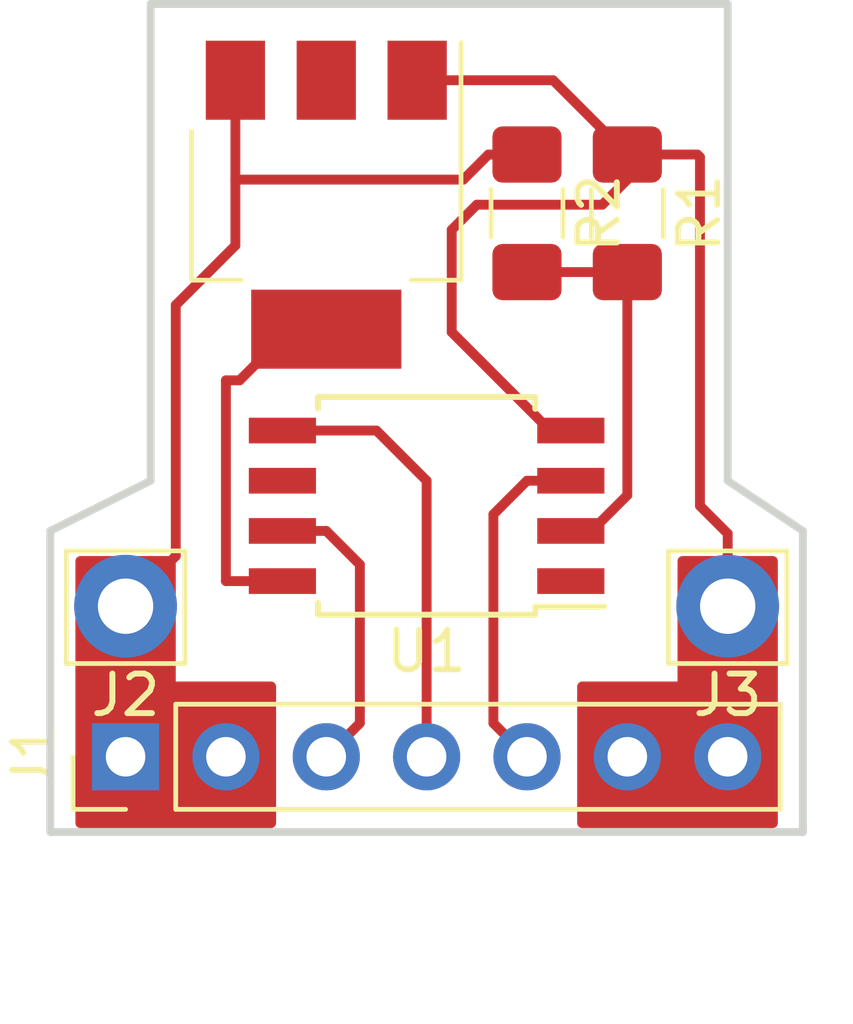
<source format=kicad_pcb>
(kicad_pcb (version 20171130) (host pcbnew 5.0.2+dfsg1-1)

  (general
    (thickness 1.6)
    (drawings 8)
    (tracks 44)
    (zones 0)
    (modules 7)
    (nets 10)
  )

  (page A4)
  (layers
    (0 F.Cu signal)
    (31 B.Cu signal)
    (32 B.Adhes user)
    (33 F.Adhes user)
    (34 B.Paste user)
    (35 F.Paste user)
    (36 B.SilkS user)
    (37 F.SilkS user)
    (38 B.Mask user)
    (39 F.Mask user)
    (40 Dwgs.User user)
    (41 Cmts.User user)
    (42 Eco1.User user)
    (43 Eco2.User user)
    (44 Edge.Cuts user)
    (45 Margin user)
    (46 B.CrtYd user)
    (47 F.CrtYd user)
    (48 B.Fab user)
    (49 F.Fab user)
  )

  (setup
    (last_trace_width 0.25)
    (user_trace_width 0.25)
    (user_trace_width 0.5)
    (user_trace_width 0.75)
    (user_trace_width 10)
    (trace_clearance 0.2)
    (zone_clearance 0)
    (zone_45_only no)
    (trace_min 0.2)
    (segment_width 0.2)
    (edge_width 0.2)
    (via_size 0.8)
    (via_drill 0.4)
    (via_min_size 0.4)
    (via_min_drill 0.3)
    (uvia_size 0.3)
    (uvia_drill 0.1)
    (uvias_allowed no)
    (uvia_min_size 0.2)
    (uvia_min_drill 0.1)
    (pcb_text_width 0.3)
    (pcb_text_size 1.5 1.5)
    (mod_edge_width 0.12)
    (mod_text_size 1 1)
    (mod_text_width 0.15)
    (pad_size 1.524 1.524)
    (pad_drill 0.762)
    (pad_to_mask_clearance 0.05)
    (solder_mask_min_width 0.25)
    (aux_axis_origin 0 0)
    (visible_elements FFFFFF7F)
    (pcbplotparams
      (layerselection 0x010f0_ffffffff)
      (usegerberextensions false)
      (usegerberattributes true)
      (usegerberadvancedattributes true)
      (creategerberjobfile true)
      (excludeedgelayer true)
      (linewidth 0.150000)
      (plotframeref false)
      (viasonmask false)
      (mode 1)
      (useauxorigin false)
      (hpglpennumber 1)
      (hpglpenspeed 20)
      (hpglpendiameter 15.000000)
      (psnegative false)
      (psa4output false)
      (plotreference true)
      (plotvalue true)
      (plotinvisibletext false)
      (padsonsilk false)
      (subtractmaskfromsilk false)
      (outputformat 1)
      (mirror false)
      (drillshape 0)
      (scaleselection 1)
      (outputdirectory "gerber/"))
  )

  (net 0 "")
  (net 1 GND)
  (net 2 3.3v)
  (net 3 VBatSensor)
  (net 4 12v)
  (net 5 SCL)
  (net 6 SDA)
  (net 7 CurrentSensor)
  (net 8 T)
  (net 9 "Net-(U1-Pad1)")

  (net_class Default "This is the default net class."
    (clearance 0.2)
    (trace_width 0.25)
    (via_dia 0.8)
    (via_drill 0.4)
    (uvia_dia 0.3)
    (uvia_drill 0.1)
    (add_net 12v)
    (add_net 3.3v)
    (add_net CurrentSensor)
    (add_net GND)
    (add_net "Net-(U1-Pad1)")
    (add_net SCL)
    (add_net SDA)
    (add_net T)
    (add_net VBatSensor)
  )

  (module Connector_PinHeader_2.54mm:PinHeader_1x07_P2.54mm_Vertical (layer F.Cu) (tedit 59FED5CC) (tstamp 5EC360C4)
    (at 135.89 101.6 90)
    (descr "Through hole straight pin header, 1x07, 2.54mm pitch, single row")
    (tags "Through hole pin header THT 1x07 2.54mm single row")
    (path /5EC62E55)
    (zone_connect 2)
    (fp_text reference J1 (at 0 -2.33 90) (layer F.SilkS)
      (effects (font (size 1 1) (thickness 0.15)))
    )
    (fp_text value Conn_01x07_Male (at 0 17.57 90) (layer F.Fab)
      (effects (font (size 1 1) (thickness 0.15)))
    )
    (fp_line (start 1.8 -1.8) (end -1.8 -1.8) (layer F.CrtYd) (width 0.05))
    (fp_line (start 1.8 17.05) (end 1.8 -1.8) (layer F.CrtYd) (width 0.05))
    (fp_line (start -1.8 17.05) (end 1.8 17.05) (layer F.CrtYd) (width 0.05))
    (fp_line (start -1.8 -1.8) (end -1.8 17.05) (layer F.CrtYd) (width 0.05))
    (fp_line (start -1.33 -1.33) (end 0 -1.33) (layer F.SilkS) (width 0.12))
    (fp_line (start -1.33 0) (end -1.33 -1.33) (layer F.SilkS) (width 0.12))
    (fp_line (start -1.33 1.27) (end 1.33 1.27) (layer F.SilkS) (width 0.12))
    (fp_line (start 1.33 1.27) (end 1.33 16.57) (layer F.SilkS) (width 0.12))
    (fp_line (start -1.33 1.27) (end -1.33 16.57) (layer F.SilkS) (width 0.12))
    (fp_line (start -1.33 16.57) (end 1.33 16.57) (layer F.SilkS) (width 0.12))
    (fp_line (start -1.27 -0.635) (end -0.635 -1.27) (layer F.Fab) (width 0.1))
    (fp_line (start -1.27 16.51) (end -1.27 -0.635) (layer F.Fab) (width 0.1))
    (fp_line (start 1.27 16.51) (end -1.27 16.51) (layer F.Fab) (width 0.1))
    (fp_line (start 1.27 -1.27) (end 1.27 16.51) (layer F.Fab) (width 0.1))
    (fp_line (start -0.635 -1.27) (end 1.27 -1.27) (layer F.Fab) (width 0.1))
    (fp_text user %R (at 0 7.62) (layer F.Fab)
      (effects (font (size 1 1) (thickness 0.15)))
    )
    (pad 7 thru_hole oval (at 0 15.24 90) (size 1.7 1.7) (drill 1) (layers *.Cu *.Mask)
      (net 1 GND) (zone_connect 2))
    (pad 6 thru_hole oval (at 0 12.7 90) (size 1.7 1.7) (drill 1) (layers *.Cu *.Mask)
      (net 1 GND) (zone_connect 2))
    (pad 5 thru_hole oval (at 0 10.16 90) (size 1.7 1.7) (drill 1) (layers *.Cu *.Mask)
      (net 8 T) (zone_connect 2))
    (pad 4 thru_hole oval (at 0 7.62 90) (size 1.7 1.7) (drill 1) (layers *.Cu *.Mask)
      (net 6 SDA) (zone_connect 2))
    (pad 3 thru_hole oval (at 0 5.08 90) (size 1.7 1.7) (drill 1) (layers *.Cu *.Mask)
      (net 5 SCL) (zone_connect 2))
    (pad 2 thru_hole oval (at 0 2.54 90) (size 1.7 1.7) (drill 1) (layers *.Cu *.Mask)
      (net 4 12v) (zone_connect 2))
    (pad 1 thru_hole rect (at 0 0 90) (size 1.7 1.7) (drill 1) (layers *.Cu *.Mask)
      (net 4 12v) (zone_connect 2))
    (model ${KISYS3DMOD}/Connector_PinHeader_2.54mm.3dshapes/PinHeader_1x07_P2.54mm_Vertical.wrl
      (at (xyz 0 0 0))
      (scale (xyz 1 1 1))
      (rotate (xyz 0 0 0))
    )
  )

  (module Connector_Pin:Pin_D1.4mm_L8.5mm_W2.8mm_FlatFork (layer F.Cu) (tedit 5C89BF14) (tstamp 5EC35935)
    (at 151.13 97.79)
    (descr "solder Pin_ with flat with fork, hole diameter 1.4mm, length 8.5mm, width 2.8mm, e.g. Ettinger 13.13.890, https://katalog.ettinger.de/#p=434")
    (tags "solder Pin_ with flat fork")
    (path /5ECDC6DD)
    (fp_text reference J3 (at 0 2.25) (layer F.SilkS)
      (effects (font (size 1 1) (thickness 0.15)))
    )
    (fp_text value Conn_01x01_Male (at 0 -2.05) (layer F.Fab) hide
      (effects (font (size 1 1) (thickness 0.15)))
    )
    (fp_line (start 1.4 0.25) (end -1.4 0.25) (layer F.Fab) (width 0.1))
    (fp_line (start -1.4 -0.25) (end 1.4 -0.25) (layer F.Fab) (width 0.1))
    (fp_line (start -1.5 -1.4) (end 1.5 -1.4) (layer F.SilkS) (width 0.12))
    (fp_line (start 1.5 -1.4) (end 1.5 1.45) (layer F.SilkS) (width 0.12))
    (fp_line (start -1.5 -1.4) (end -1.5 1.45) (layer F.SilkS) (width 0.12))
    (fp_line (start -1.5 1.45) (end 1.5 1.45) (layer F.SilkS) (width 0.12))
    (fp_line (start 1.4 -0.25) (end 1.4 0.25) (layer F.Fab) (width 0.1))
    (fp_line (start -1.4 0.25) (end -1.4 -0.25) (layer F.Fab) (width 0.1))
    (fp_line (start -1.9 -1.8) (end 1.9 -1.8) (layer F.CrtYd) (width 0.05))
    (fp_line (start -1.9 -1.8) (end -1.9 1.8) (layer F.CrtYd) (width 0.05))
    (fp_line (start 1.9 1.8) (end 1.9 -1.8) (layer F.CrtYd) (width 0.05))
    (fp_line (start 1.9 1.8) (end -1.9 1.8) (layer F.CrtYd) (width 0.05))
    (fp_text user %R (at 0 2.25) (layer F.Fab)
      (effects (font (size 1 1) (thickness 0.15)))
    )
    (pad 1 thru_hole circle (at 0 0) (size 2.6 2.6) (drill 1.4) (layers *.Cu *.Mask)
      (net 1 GND))
    (model ${KISYS3DMOD}/Connector_Pin.3dshapes/Pin_D1.4mm_L8.5mm_W2.8mm_FlatFork.wrl
      (at (xyz 0 0 0))
      (scale (xyz 1 1 1))
      (rotate (xyz 0 0 0))
    )
  )

  (module Connector_Pin:Pin_D1.4mm_L8.5mm_W2.8mm_FlatFork (layer F.Cu) (tedit 5C89BF14) (tstamp 5EC35923)
    (at 135.89 97.79)
    (descr "solder Pin_ with flat with fork, hole diameter 1.4mm, length 8.5mm, width 2.8mm, e.g. Ettinger 13.13.890, https://katalog.ettinger.de/#p=434")
    (tags "solder Pin_ with flat fork")
    (path /5ECDB575)
    (zone_connect 2)
    (fp_text reference J2 (at 0 2.25) (layer F.SilkS)
      (effects (font (size 1 1) (thickness 0.15)))
    )
    (fp_text value Conn_01x01_Male (at 0 -2.05) (layer F.Fab) hide
      (effects (font (size 1 1) (thickness 0.15)))
    )
    (fp_line (start 1.4 0.25) (end -1.4 0.25) (layer F.Fab) (width 0.1))
    (fp_line (start -1.4 -0.25) (end 1.4 -0.25) (layer F.Fab) (width 0.1))
    (fp_line (start -1.5 -1.4) (end 1.5 -1.4) (layer F.SilkS) (width 0.12))
    (fp_line (start 1.5 -1.4) (end 1.5 1.45) (layer F.SilkS) (width 0.12))
    (fp_line (start -1.5 -1.4) (end -1.5 1.45) (layer F.SilkS) (width 0.12))
    (fp_line (start -1.5 1.45) (end 1.5 1.45) (layer F.SilkS) (width 0.12))
    (fp_line (start 1.4 -0.25) (end 1.4 0.25) (layer F.Fab) (width 0.1))
    (fp_line (start -1.4 0.25) (end -1.4 -0.25) (layer F.Fab) (width 0.1))
    (fp_line (start -1.9 -1.8) (end 1.9 -1.8) (layer F.CrtYd) (width 0.05))
    (fp_line (start -1.9 -1.8) (end -1.9 1.8) (layer F.CrtYd) (width 0.05))
    (fp_line (start 1.9 1.8) (end 1.9 -1.8) (layer F.CrtYd) (width 0.05))
    (fp_line (start 1.9 1.8) (end -1.9 1.8) (layer F.CrtYd) (width 0.05))
    (fp_text user %R (at 0 2.25) (layer F.Fab)
      (effects (font (size 1 1) (thickness 0.15)))
    )
    (pad 1 thru_hole circle (at 0 0) (size 2.6 2.6) (drill 1.4) (layers *.Cu *.Mask)
      (net 4 12v) (zone_connect 2))
    (model ${KISYS3DMOD}/Connector_Pin.3dshapes/Pin_D1.4mm_L8.5mm_W2.8mm_FlatFork.wrl
      (at (xyz 0 0 0))
      (scale (xyz 1 1 1))
      (rotate (xyz 0 0 0))
    )
  )

  (module Package_TO_SOT_SMD:SOT-223-3_TabPin2 (layer F.Cu) (tedit 5A02FF57) (tstamp 5EC356D3)
    (at 140.97 87.63 270)
    (descr "module CMS SOT223 4 pins")
    (tags "CMS SOT")
    (path /5EC32906)
    (attr smd)
    (fp_text reference U2 (at 0 -4.5 90) (layer F.SilkS) hide
      (effects (font (size 1 1) (thickness 0.15)))
    )
    (fp_text value LD1117S33TR_SOT223 (at 0 4.5 90) (layer F.Fab) hide
      (effects (font (size 1 1) (thickness 0.15)))
    )
    (fp_line (start 1.91 3.41) (end 1.91 2.15) (layer F.SilkS) (width 0.12))
    (fp_line (start 1.91 -3.41) (end 1.91 -2.15) (layer F.SilkS) (width 0.12))
    (fp_line (start 4.4 -3.6) (end -4.4 -3.6) (layer F.CrtYd) (width 0.05))
    (fp_line (start 4.4 3.6) (end 4.4 -3.6) (layer F.CrtYd) (width 0.05))
    (fp_line (start -4.4 3.6) (end 4.4 3.6) (layer F.CrtYd) (width 0.05))
    (fp_line (start -4.4 -3.6) (end -4.4 3.6) (layer F.CrtYd) (width 0.05))
    (fp_line (start -1.85 -2.35) (end -0.85 -3.35) (layer F.Fab) (width 0.1))
    (fp_line (start -1.85 -2.35) (end -1.85 3.35) (layer F.Fab) (width 0.1))
    (fp_line (start -1.85 3.41) (end 1.91 3.41) (layer F.SilkS) (width 0.12))
    (fp_line (start -0.85 -3.35) (end 1.85 -3.35) (layer F.Fab) (width 0.1))
    (fp_line (start -4.1 -3.41) (end 1.91 -3.41) (layer F.SilkS) (width 0.12))
    (fp_line (start -1.85 3.35) (end 1.85 3.35) (layer F.Fab) (width 0.1))
    (fp_line (start 1.85 -3.35) (end 1.85 3.35) (layer F.Fab) (width 0.1))
    (fp_text user %R (at 0 0) (layer F.Fab)
      (effects (font (size 0.8 0.8) (thickness 0.12)))
    )
    (pad 1 smd rect (at -3.15 -2.3 270) (size 2 1.5) (layers F.Cu F.Paste F.Mask)
      (net 1 GND))
    (pad 3 smd rect (at -3.15 2.3 270) (size 2 1.5) (layers F.Cu F.Paste F.Mask)
      (net 4 12v))
    (pad 2 smd rect (at -3.15 0 270) (size 2 1.5) (layers F.Cu F.Paste F.Mask)
      (net 2 3.3v))
    (pad 2 smd rect (at 3.15 0 270) (size 2 3.8) (layers F.Cu F.Paste F.Mask)
      (net 2 3.3v))
    (model ${KISYS3DMOD}/Package_TO_SOT_SMD.3dshapes/SOT-223.wrl
      (at (xyz 0 0 0))
      (scale (xyz 1 1 1))
      (rotate (xyz 0 0 0))
    )
  )

  (module Package_SO:SOIJ-8_5.3x5.3mm_P1.27mm (layer F.Cu) (tedit 5A02F2D3) (tstamp 5EC356BD)
    (at 143.51 95.25 180)
    (descr "8-Lead Plastic Small Outline (SM) - Medium, 5.28 mm Body [SOIC] (see Microchip Packaging Specification 00000049BS.pdf)")
    (tags "SOIC 1.27")
    (path /5EC2F108)
    (attr smd)
    (fp_text reference U1 (at 0 -3.68) (layer F.SilkS)
      (effects (font (size 1 1) (thickness 0.15)))
    )
    (fp_text value ATtiny85-20SU (at 0 3.68) (layer F.Fab) hide
      (effects (font (size 1 1) (thickness 0.15)))
    )
    (fp_line (start -1.65 -2.65) (end 2.65 -2.65) (layer F.Fab) (width 0.15))
    (fp_line (start 2.65 -2.65) (end 2.65 2.65) (layer F.Fab) (width 0.15))
    (fp_line (start 2.65 2.65) (end -2.65 2.65) (layer F.Fab) (width 0.15))
    (fp_line (start -2.65 2.65) (end -2.65 -1.65) (layer F.Fab) (width 0.15))
    (fp_line (start -2.65 -1.65) (end -1.65 -2.65) (layer F.Fab) (width 0.15))
    (fp_line (start -4.75 -2.95) (end -4.75 2.95) (layer F.CrtYd) (width 0.05))
    (fp_line (start 4.75 -2.95) (end 4.75 2.95) (layer F.CrtYd) (width 0.05))
    (fp_line (start -4.75 -2.95) (end 4.75 -2.95) (layer F.CrtYd) (width 0.05))
    (fp_line (start -4.75 2.95) (end 4.75 2.95) (layer F.CrtYd) (width 0.05))
    (fp_line (start -2.75 -2.755) (end -2.75 -2.55) (layer F.SilkS) (width 0.15))
    (fp_line (start 2.75 -2.755) (end 2.75 -2.455) (layer F.SilkS) (width 0.15))
    (fp_line (start 2.75 2.755) (end 2.75 2.455) (layer F.SilkS) (width 0.15))
    (fp_line (start -2.75 2.755) (end -2.75 2.455) (layer F.SilkS) (width 0.15))
    (fp_line (start -2.75 -2.755) (end 2.75 -2.755) (layer F.SilkS) (width 0.15))
    (fp_line (start -2.75 2.755) (end 2.75 2.755) (layer F.SilkS) (width 0.15))
    (fp_line (start -2.75 -2.55) (end -4.5 -2.55) (layer F.SilkS) (width 0.15))
    (fp_text user %R (at 0 0) (layer F.Fab)
      (effects (font (size 1 1) (thickness 0.15)))
    )
    (pad 8 smd rect (at 3.65 -1.905 180) (size 1.7 0.65) (layers F.Cu F.Paste F.Mask)
      (net 2 3.3v))
    (pad 7 smd rect (at 3.65 -0.635 180) (size 1.7 0.65) (layers F.Cu F.Paste F.Mask)
      (net 5 SCL))
    (pad 6 smd rect (at 3.65 0.635 180) (size 1.7 0.65) (layers F.Cu F.Paste F.Mask)
      (net 7 CurrentSensor))
    (pad 5 smd rect (at 3.65 1.905 180) (size 1.7 0.65) (layers F.Cu F.Paste F.Mask)
      (net 6 SDA))
    (pad 4 smd rect (at -3.65 1.905 180) (size 1.7 0.65) (layers F.Cu F.Paste F.Mask)
      (net 1 GND))
    (pad 3 smd rect (at -3.65 0.635 180) (size 1.7 0.65) (layers F.Cu F.Paste F.Mask)
      (net 8 T))
    (pad 2 smd rect (at -3.65 -0.635 180) (size 1.7 0.65) (layers F.Cu F.Paste F.Mask)
      (net 3 VBatSensor))
    (pad 1 smd rect (at -3.65 -1.905 180) (size 1.7 0.65) (layers F.Cu F.Paste F.Mask)
      (net 9 "Net-(U1-Pad1)"))
    (model ${KISYS3DMOD}/Package_SO.3dshapes/SOIJ-8_5.3x5.3mm_P1.27mm.wrl
      (at (xyz 0 0 0))
      (scale (xyz 1 1 1))
      (rotate (xyz 0 0 0))
    )
  )

  (module Parts:R_1206_3216Metric_Pad1.42x1.75mm_HandSolder (layer F.Cu) (tedit 5B301BBD) (tstamp 5F4CD69E)
    (at 146.05 87.8475 270)
    (descr "Resistor SMD 1206 (3216 Metric), square (rectangular) end terminal, IPC_7351 nominal with elongated pad for handsoldering. (Body size source: http://www.tortai-tech.com/upload/download/2011102023233369053.pdf), generated with kicad-footprint-generator")
    (tags "resistor handsolder")
    (path /5EC31CEC)
    (attr smd)
    (fp_text reference R2 (at 0 -1.82 90) (layer F.SilkS)
      (effects (font (size 1 1) (thickness 0.15)))
    )
    (fp_text value 9.1K (at 0 1.82 90) (layer F.Fab)
      (effects (font (size 1 1) (thickness 0.15)))
    )
    (fp_line (start 2.45 1.12) (end -2.45 1.12) (layer F.CrtYd) (width 0.05))
    (fp_line (start 2.45 -1.12) (end 2.45 1.12) (layer F.CrtYd) (width 0.05))
    (fp_line (start -2.45 -1.12) (end 2.45 -1.12) (layer F.CrtYd) (width 0.05))
    (fp_line (start -2.45 1.12) (end -2.45 -1.12) (layer F.CrtYd) (width 0.05))
    (fp_line (start -0.602064 0.91) (end 0.602064 0.91) (layer F.SilkS) (width 0.12))
    (fp_line (start -0.602064 -0.91) (end 0.602064 -0.91) (layer F.SilkS) (width 0.12))
    (fp_line (start 1.6 0.8) (end -1.6 0.8) (layer F.Fab) (width 0.1))
    (fp_line (start 1.6 -0.8) (end 1.6 0.8) (layer F.Fab) (width 0.1))
    (fp_line (start -1.6 -0.8) (end 1.6 -0.8) (layer F.Fab) (width 0.1))
    (fp_line (start -1.6 0.8) (end -1.6 -0.8) (layer F.Fab) (width 0.1))
    (fp_text user %R (at 0 0 90) (layer F.Fab)
      (effects (font (size 0.8 0.8) (thickness 0.12)))
    )
    (pad 1 smd roundrect (at -1.4875 0 270) (size 1.425 1.75) (layers F.Cu F.Paste F.Mask) (roundrect_rratio 0.175439)
      (net 4 12v))
    (pad 2 smd roundrect (at 1.4875 0 270) (size 1.425 1.75) (layers F.Cu F.Paste F.Mask) (roundrect_rratio 0.175439)
      (net 3 VBatSensor))
    (model ${KISYS3DMOD}/Resistor_SMD.3dshapes/R_1206_3216Metric.wrl
      (at (xyz 0 0 0))
      (scale (xyz 1 1 1))
      (rotate (xyz 0 0 0))
    )
  )

  (module Parts:R_1206_3216Metric_Pad1.42x1.75mm_HandSolder (layer F.Cu) (tedit 5B301BBD) (tstamp 5EC2F7C0)
    (at 148.59 87.8475 270)
    (descr "Resistor SMD 1206 (3216 Metric), square (rectangular) end terminal, IPC_7351 nominal with elongated pad for handsoldering. (Body size source: http://www.tortai-tech.com/upload/download/2011102023233369053.pdf), generated with kicad-footprint-generator")
    (tags "resistor handsolder")
    (path /5EC30F8F)
    (attr smd)
    (fp_text reference R1 (at 0 -1.82 90) (layer F.SilkS)
      (effects (font (size 1 1) (thickness 0.15)))
    )
    (fp_text value 3K (at 0 1.82 90) (layer F.Fab)
      (effects (font (size 1 1) (thickness 0.15)))
    )
    (fp_line (start 2.45 1.12) (end -2.45 1.12) (layer F.CrtYd) (width 0.05))
    (fp_line (start 2.45 -1.12) (end 2.45 1.12) (layer F.CrtYd) (width 0.05))
    (fp_line (start -2.45 -1.12) (end 2.45 -1.12) (layer F.CrtYd) (width 0.05))
    (fp_line (start -2.45 1.12) (end -2.45 -1.12) (layer F.CrtYd) (width 0.05))
    (fp_line (start -0.602064 0.91) (end 0.602064 0.91) (layer F.SilkS) (width 0.12))
    (fp_line (start -0.602064 -0.91) (end 0.602064 -0.91) (layer F.SilkS) (width 0.12))
    (fp_line (start 1.6 0.8) (end -1.6 0.8) (layer F.Fab) (width 0.1))
    (fp_line (start 1.6 -0.8) (end 1.6 0.8) (layer F.Fab) (width 0.1))
    (fp_line (start -1.6 -0.8) (end 1.6 -0.8) (layer F.Fab) (width 0.1))
    (fp_line (start -1.6 0.8) (end -1.6 -0.8) (layer F.Fab) (width 0.1))
    (fp_text user %R (at 0 0 90) (layer F.Fab)
      (effects (font (size 0.8 0.8) (thickness 0.12)))
    )
    (pad 1 smd roundrect (at -1.4875 0 270) (size 1.425 1.75) (layers F.Cu F.Paste F.Mask) (roundrect_rratio 0.175439)
      (net 1 GND))
    (pad 2 smd roundrect (at 1.4875 0 270) (size 1.425 1.75) (layers F.Cu F.Paste F.Mask) (roundrect_rratio 0.175439)
      (net 3 VBatSensor))
    (model ${KISYS3DMOD}/Resistor_SMD.3dshapes/R_1206_3216Metric.wrl
      (at (xyz 0 0 0))
      (scale (xyz 1 1 1))
      (rotate (xyz 0 0 0))
    )
  )

  (gr_line (start 133.985 95.885) (end 133.985 103.505) (layer Edge.Cuts) (width 0.2))
  (gr_line (start 136.525 94.615) (end 133.985 95.885) (layer Edge.Cuts) (width 0.2))
  (gr_line (start 136.525 82.55) (end 136.525 94.615) (layer Edge.Cuts) (width 0.2))
  (gr_line (start 151.13 82.55) (end 136.525 82.55) (layer Edge.Cuts) (width 0.2))
  (gr_line (start 151.13 94.615) (end 151.13 82.55) (layer Edge.Cuts) (width 0.2))
  (gr_line (start 153.035 95.885) (end 151.13 94.615) (layer Edge.Cuts) (width 0.2))
  (gr_line (start 153.035 103.505) (end 153.035 95.885) (layer Edge.Cuts) (width 0.2))
  (gr_line (start 133.985 103.505) (end 153.035 103.505) (layer Edge.Cuts) (width 0.2))

  (segment (start 148.59 86.62067) (end 148.59 86.36) (width 0.25) (layer F.Cu) (net 1))
  (segment (start 146.71 84.48) (end 148.59 86.36) (width 0.25) (layer F.Cu) (net 1))
  (segment (start 143.27 84.48) (end 146.71 84.48) (width 0.25) (layer F.Cu) (net 1))
  (segment (start 151.13 95.951523) (end 150.428477 95.25) (width 0.25) (layer F.Cu) (net 1))
  (segment (start 151.13 97.79) (end 151.13 95.951523) (width 0.25) (layer F.Cu) (net 1))
  (segment (start 150.428477 95.25) (end 150.428477 86.426523) (width 0.25) (layer F.Cu) (net 1))
  (segment (start 150.361954 86.36) (end 148.59 86.36) (width 0.25) (layer F.Cu) (net 1))
  (segment (start 150.428477 86.426523) (end 150.361954 86.36) (width 0.25) (layer F.Cu) (net 1))
  (segment (start 146.635 93.345) (end 144.145 90.855) (width 0.25) (layer F.Cu) (net 1))
  (segment (start 147.16 93.345) (end 146.635 93.345) (width 0.25) (layer F.Cu) (net 1))
  (segment (start 144.145 88.265) (end 144.78 87.63) (width 0.25) (layer F.Cu) (net 1))
  (segment (start 144.78 87.63) (end 147.955 87.63) (width 0.25) (layer F.Cu) (net 1))
  (segment (start 144.145 90.855) (end 144.145 88.265) (width 0.25) (layer F.Cu) (net 1))
  (segment (start 147.955 87.63) (end 148.59 86.995) (width 0.25) (layer F.Cu) (net 1))
  (segment (start 148.59 86.995) (end 148.59 86.36) (width 0.25) (layer F.Cu) (net 1))
  (segment (start 139.86 97.155) (end 138.43 97.155) (width 0.25) (layer F.Cu) (net 2))
  (segment (start 138.43 97.155) (end 138.43 92.075) (width 0.25) (layer F.Cu) (net 2))
  (segment (start 140.07 90.78) (end 140.97 90.78) (width 0.25) (layer F.Cu) (net 2))
  (segment (start 138.775 92.075) (end 140.07 90.78) (width 0.25) (layer F.Cu) (net 2))
  (segment (start 138.43 92.075) (end 138.775 92.075) (width 0.25) (layer F.Cu) (net 2))
  (segment (start 146.05 89.335) (end 148.59 89.335) (width 0.25) (layer F.Cu) (net 3))
  (segment (start 148.59 89.335) (end 148.59 94.98) (width 0.25) (layer F.Cu) (net 3))
  (segment (start 147.685 95.885) (end 147.16 95.885) (width 0.25) (layer F.Cu) (net 3))
  (segment (start 148.59 94.98) (end 147.685 95.885) (width 0.25) (layer F.Cu) (net 3))
  (segment (start 137.16 96.52) (end 135.89 97.79) (width 0.25) (layer F.Cu) (net 4))
  (segment (start 137.16 90.17) (end 137.16 96.52) (width 0.25) (layer F.Cu) (net 4))
  (segment (start 138.67 88.66) (end 137.16 90.17) (width 0.25) (layer F.Cu) (net 4))
  (segment (start 144.44 86.995) (end 138.67 86.995) (width 0.25) (layer F.Cu) (net 4))
  (segment (start 145.075 86.36) (end 144.44 86.995) (width 0.25) (layer F.Cu) (net 4))
  (segment (start 146.05 86.36) (end 145.075 86.36) (width 0.25) (layer F.Cu) (net 4))
  (segment (start 138.67 84.48) (end 138.67 86.995) (width 0.25) (layer F.Cu) (net 4))
  (segment (start 138.67 86.995) (end 138.67 88.66) (width 0.25) (layer F.Cu) (net 4))
  (segment (start 141.035001 101.534999) (end 140.97 101.6) (width 0.25) (layer F.Cu) (net 5))
  (segment (start 141.819999 100.750001) (end 140.97 101.6) (width 0.25) (layer F.Cu) (net 5))
  (segment (start 141.819999 96.734999) (end 141.819999 100.750001) (width 0.25) (layer F.Cu) (net 5))
  (segment (start 140.97 95.885) (end 141.819999 96.734999) (width 0.25) (layer F.Cu) (net 5))
  (segment (start 139.86 95.885) (end 140.97 95.885) (width 0.25) (layer F.Cu) (net 5))
  (segment (start 139.86 93.345) (end 142.24 93.345) (width 0.25) (layer F.Cu) (net 6))
  (segment (start 143.51 94.615) (end 143.51 101.6) (width 0.25) (layer F.Cu) (net 6))
  (segment (start 142.24 93.345) (end 143.51 94.615) (width 0.25) (layer F.Cu) (net 6))
  (segment (start 147.16 94.615) (end 146.05 94.615) (width 0.25) (layer F.Cu) (net 8))
  (segment (start 145.200001 100.750001) (end 146.05 101.6) (width 0.25) (layer F.Cu) (net 8))
  (segment (start 145.200001 95.464999) (end 145.200001 100.750001) (width 0.25) (layer F.Cu) (net 8))
  (segment (start 146.05 94.615) (end 145.200001 95.464999) (width 0.25) (layer F.Cu) (net 8))

  (zone (net 4) (net_name 12v) (layer F.Cu) (tstamp 0) (hatch edge 0.508)
    (connect_pads yes (clearance 0))
    (min_thickness 0.254)
    (fill yes (arc_segments 16) (thermal_gap 0.508) (thermal_bridge_width 0.508))
    (polygon
      (pts
        (xy 134.62 96.52) (xy 137.16 96.52) (xy 137.16 99.695) (xy 139.7 99.695) (xy 139.7 103.505)
        (xy 134.62 103.505)
      )
    )
    (filled_polygon
      (pts
        (xy 137.033 99.695) (xy 137.042667 99.743601) (xy 137.070197 99.784803) (xy 137.111399 99.812333) (xy 137.16 99.822)
        (xy 139.573 99.822) (xy 139.573 103.278) (xy 134.747 103.278) (xy 134.747 96.647) (xy 137.033 96.647)
      )
    )
  )
  (zone (net 1) (net_name GND) (layer F.Cu) (tstamp 0) (hatch edge 0.508)
    (connect_pads yes (clearance 0))
    (min_thickness 0.254)
    (fill yes (arc_segments 16) (thermal_gap 0.508) (thermal_bridge_width 0.508))
    (polygon
      (pts
        (xy 152.4 96.52) (xy 152.4 103.505) (xy 147.32 103.505) (xy 147.32 99.695) (xy 149.86 99.695)
        (xy 149.86 96.52)
      )
    )
    (filled_polygon
      (pts
        (xy 152.273 103.278) (xy 147.447 103.278) (xy 147.447 99.822) (xy 149.86 99.822) (xy 149.908601 99.812333)
        (xy 149.949803 99.784803) (xy 149.977333 99.743601) (xy 149.987 99.695) (xy 149.987 96.647) (xy 152.273 96.647)
      )
    )
  )
)

</source>
